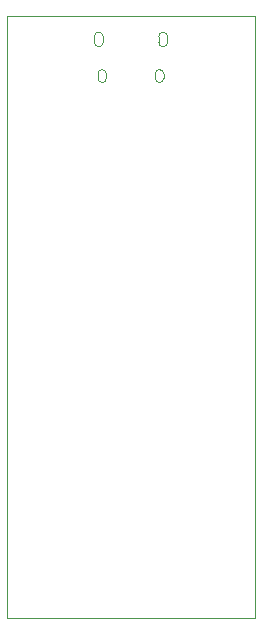
<source format=gbr>
%TF.GenerationSoftware,KiCad,Pcbnew,7.0.8*%
%TF.CreationDate,2024-02-29T17:44:05+05:30*%
%TF.ProjectId,RP2040_Breakout,52503230-3430-45f4-9272-65616b6f7574,rev?*%
%TF.SameCoordinates,Original*%
%TF.FileFunction,Profile,NP*%
%FSLAX46Y46*%
G04 Gerber Fmt 4.6, Leading zero omitted, Abs format (unit mm)*
G04 Created by KiCad (PCBNEW 7.0.8) date 2024-02-29 17:44:05*
%MOMM*%
%LPD*%
G01*
G04 APERTURE LIST*
%TA.AperFunction,Profile*%
%ADD10C,0.100000*%
%TD*%
%TA.AperFunction,Profile*%
%ADD11C,0.010000*%
%TD*%
G04 APERTURE END LIST*
D10*
X126630000Y-75020000D02*
X147630000Y-75020000D01*
X147630000Y-75020000D02*
X147630000Y-126020000D01*
X126630000Y-75020000D02*
X126630000Y-126020000D01*
X126630000Y-126020000D02*
X147630000Y-126020000D01*
D11*
%TO.C,J1*%
X140230000Y-77260000D02*
X140230000Y-76760000D01*
X139905000Y-80310000D02*
X139905000Y-79910000D01*
X139480000Y-76760000D02*
X139480000Y-77260000D01*
X139205000Y-79910000D02*
X139205000Y-80310000D01*
X135055000Y-79910000D02*
X135055000Y-80310000D01*
X134780000Y-76760000D02*
X134780000Y-77260000D01*
X134355000Y-80310000D02*
X134355000Y-79910000D01*
X134030000Y-77260000D02*
X134030000Y-76760000D01*
X139855000Y-77635000D02*
G75*
G03*
X140230000Y-77260000I0J375000D01*
G01*
X139555000Y-80660000D02*
G75*
G03*
X139905000Y-80310000I-1J350001D01*
G01*
X139480000Y-77260000D02*
G75*
G03*
X139855000Y-77635000I375000J0D01*
G01*
X140230000Y-76760000D02*
G75*
G03*
X139855000Y-76385000I-375000J0D01*
G01*
X139205000Y-80310000D02*
G75*
G03*
X139555000Y-80660000I350001J1D01*
G01*
X139905000Y-79910000D02*
G75*
G03*
X139555000Y-79560000I-350001J-1D01*
G01*
X139855000Y-76385000D02*
G75*
G03*
X139480000Y-76760000I0J-375000D01*
G01*
X139555000Y-79560000D02*
G75*
G03*
X139205000Y-79910000I1J-350001D01*
G01*
X134705000Y-80660000D02*
G75*
G03*
X135055000Y-80310000I0J350000D01*
G01*
X134405000Y-77635000D02*
G75*
G03*
X134780000Y-77260000I0J375000D01*
G01*
X134355000Y-80310000D02*
G75*
G03*
X134705000Y-80660000I350000J0D01*
G01*
X135055000Y-79910000D02*
G75*
G03*
X134705000Y-79560000I-350000J0D01*
G01*
X134030000Y-77260000D02*
G75*
G03*
X134405000Y-77635000I375000J0D01*
G01*
X134780000Y-76760000D02*
G75*
G03*
X134405000Y-76385000I-375000J0D01*
G01*
X134705000Y-79560000D02*
G75*
G03*
X134355000Y-79910000I0J-350000D01*
G01*
X134405000Y-76385000D02*
G75*
G03*
X134030000Y-76760000I0J-375000D01*
G01*
%TD*%
M02*

</source>
